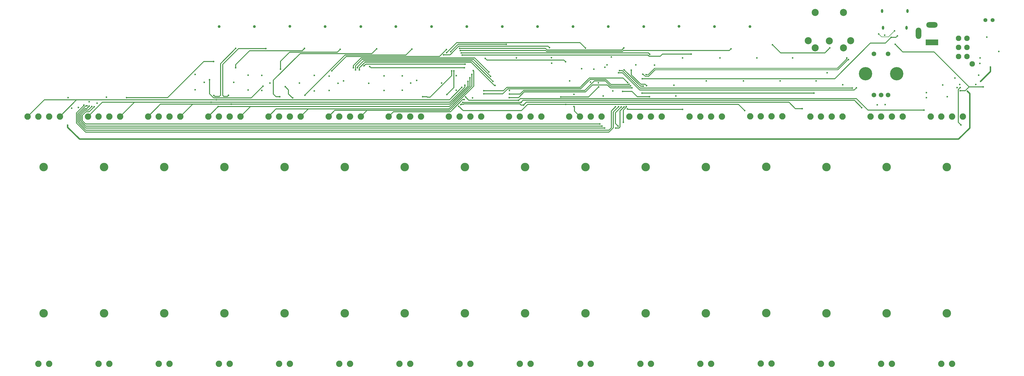
<source format=gbr>
%TF.GenerationSoftware,KiCad,Pcbnew,9.0.0*%
%TF.CreationDate,2025-04-26T10:59:41+02:00*%
%TF.ProjectId,Faderbay,46616465-7262-4617-992e-6b696361645f,rev?*%
%TF.SameCoordinates,Original*%
%TF.FileFunction,Copper,L4,Bot*%
%TF.FilePolarity,Positive*%
%FSLAX46Y46*%
G04 Gerber Fmt 4.6, Leading zero omitted, Abs format (unit mm)*
G04 Created by KiCad (PCBNEW 9.0.0) date 2025-04-26 10:59:41*
%MOMM*%
%LPD*%
G01*
G04 APERTURE LIST*
%TA.AperFunction,ComponentPad*%
%ADD10C,2.250000*%
%TD*%
%TA.AperFunction,ComponentPad*%
%ADD11C,3.000000*%
%TD*%
%TA.AperFunction,ComponentPad*%
%ADD12O,0.800000X1.400000*%
%TD*%
%TA.AperFunction,ComponentPad*%
%ADD13C,1.400000*%
%TD*%
%TA.AperFunction,WasherPad*%
%ADD14C,2.499360*%
%TD*%
%TA.AperFunction,ComponentPad*%
%ADD15C,2.499360*%
%TD*%
%TA.AperFunction,ComponentPad*%
%ADD16R,4.500000X2.000000*%
%TD*%
%TA.AperFunction,ComponentPad*%
%ADD17O,4.000000X2.000000*%
%TD*%
%TA.AperFunction,ComponentPad*%
%ADD18O,2.000000X4.000000*%
%TD*%
%TA.AperFunction,ComponentPad*%
%ADD19C,1.650000*%
%TD*%
%TA.AperFunction,ComponentPad*%
%ADD20C,4.708000*%
%TD*%
%TA.AperFunction,ComponentPad*%
%ADD21C,1.950000*%
%TD*%
%TA.AperFunction,ViaPad*%
%ADD22C,0.600000*%
%TD*%
%TA.AperFunction,ViaPad*%
%ADD23C,1.000000*%
%TD*%
%TA.AperFunction,Conductor*%
%ADD24C,0.300000*%
%TD*%
%TA.AperFunction,Conductor*%
%ADD25C,0.200000*%
%TD*%
%TA.AperFunction,Conductor*%
%ADD26C,0.500000*%
%TD*%
%TA.AperFunction,Conductor*%
%ADD27C,0.286004*%
%TD*%
G04 APERTURE END LIST*
D10*
%TO.P,RV6,1,1*%
%TO.N,VDDA*%
X-55150000Y26250000D03*
X-51350000Y26250000D03*
%TO.P,RV6,2,2*%
%TO.N,P5*%
X-58950000Y26250000D03*
X-47550000Y26250000D03*
%TO.P,RV6,3,3*%
%TO.N,GND*%
X-55150000Y-61250000D03*
X-51350000Y-61250000D03*
D11*
%TO.P,RV6,MH1*%
%TO.N,N/C*%
X-53250000Y8350000D03*
%TO.P,RV6,MH2*%
X-53250000Y-43350000D03*
%TD*%
D10*
%TO.P,RV4,1,1*%
%TO.N,VDDA*%
X-97650000Y26250000D03*
X-93850000Y26250000D03*
%TO.P,RV4,2,2*%
%TO.N,P3*%
X-101450000Y26250000D03*
X-90050000Y26250000D03*
%TO.P,RV4,3,3*%
%TO.N,GND*%
X-97650000Y-61250000D03*
X-93850000Y-61250000D03*
D11*
%TO.P,RV4,MH1*%
%TO.N,N/C*%
X-95750000Y8350000D03*
%TO.P,RV4,MH2*%
X-95750000Y-43350000D03*
%TD*%
D10*
%TO.P,RV3,1,1*%
%TO.N,VDDA*%
X-118900000Y26250000D03*
X-115100000Y26250000D03*
%TO.P,RV3,2,2*%
%TO.N,P2*%
X-122700000Y26250000D03*
X-111300000Y26250000D03*
%TO.P,RV3,3,3*%
%TO.N,GND*%
X-118900000Y-61250000D03*
X-115100000Y-61250000D03*
D11*
%TO.P,RV3,MH1*%
%TO.N,N/C*%
X-117000000Y8350000D03*
%TO.P,RV3,MH2*%
X-117000000Y-43350000D03*
%TD*%
D10*
%TO.P,RV13,1,1*%
%TO.N,VDDA*%
X93700000Y26350000D03*
X97500000Y26350000D03*
%TO.P,RV13,2,2*%
%TO.N,P12*%
X89900000Y26350000D03*
X101300000Y26350000D03*
%TO.P,RV13,3,3*%
%TO.N,GND*%
X93700000Y-61150000D03*
X97500000Y-61150000D03*
D11*
%TO.P,RV13,MH1*%
%TO.N,N/C*%
X95600000Y8450000D03*
%TO.P,RV13,MH2*%
X95600000Y-43250000D03*
%TD*%
D12*
%TO.P,J2,S1,SHIELD*%
%TO.N,GND*%
X145500000Y63564000D03*
X145140000Y57614000D03*
X136880000Y57614000D03*
X136520000Y63564000D03*
%TD*%
D10*
%TO.P,RV10,1,1*%
%TO.N,VDDA*%
X29850000Y26250000D03*
X33650000Y26250000D03*
%TO.P,RV10,2,2*%
%TO.N,P9*%
X26050000Y26250000D03*
X37450000Y26250000D03*
%TO.P,RV10,3,3*%
%TO.N,GND*%
X29900000Y-61250000D03*
X33650000Y-61250000D03*
D11*
%TO.P,RV10,MH1*%
%TO.N,N/C*%
X31750000Y8350000D03*
%TO.P,RV10,MH2*%
X31750000Y-43350000D03*
%TD*%
D10*
%TO.P,RV9,1,1*%
%TO.N,VDDA*%
X8550000Y26250000D03*
X12350000Y26250000D03*
%TO.P,RV9,2,2*%
%TO.N,P8*%
X4750000Y26250000D03*
X16150000Y26250000D03*
%TO.P,RV9,3,3*%
%TO.N,GND*%
X8550000Y-61250000D03*
X12350000Y-61250000D03*
D11*
%TO.P,RV9,MH1*%
%TO.N,N/C*%
X10450000Y8350000D03*
%TO.P,RV9,MH2*%
X10450000Y-43350000D03*
%TD*%
D10*
%TO.P,RV2,1,1*%
%TO.N,VDDA*%
X-140150000Y26250000D03*
X-136350000Y26250000D03*
%TO.P,RV2,2,2*%
%TO.N,P1*%
X-143950000Y26250000D03*
X-132550000Y26250000D03*
%TO.P,RV2,3,3*%
%TO.N,GND*%
X-140150000Y-61250000D03*
X-136350000Y-61250000D03*
D11*
%TO.P,RV2,MH1*%
%TO.N,N/C*%
X-138250000Y8350000D03*
%TO.P,RV2,MH2*%
X-138250000Y-43350000D03*
%TD*%
D10*
%TO.P,RV7,1,1*%
%TO.N,VDDA*%
X-33950000Y26250000D03*
X-30150000Y26250000D03*
%TO.P,RV7,2,2*%
%TO.N,P6*%
X-37750000Y26250000D03*
X-26350000Y26250000D03*
%TO.P,RV7,3,3*%
%TO.N,GND*%
X-33950000Y-61250000D03*
X-30150000Y-61250000D03*
D11*
%TO.P,RV7,MH1*%
%TO.N,N/C*%
X-32050000Y8350000D03*
%TO.P,RV7,MH2*%
X-32050000Y-43350000D03*
%TD*%
D10*
%TO.P,RV11,1,1*%
%TO.N,VDDA*%
X51100000Y26250000D03*
X54900000Y26250000D03*
%TO.P,RV11,2,2*%
%TO.N,P10*%
X47300000Y26250000D03*
X58700000Y26250000D03*
%TO.P,RV11,3,3*%
%TO.N,GND*%
X51150000Y-61250000D03*
X54900000Y-61250000D03*
D11*
%TO.P,RV11,MH1*%
%TO.N,N/C*%
X53000000Y8350000D03*
%TO.P,RV11,MH2*%
X53000000Y-43350000D03*
%TD*%
D10*
%TO.P,RV16,1,1*%
%TO.N,VDDA*%
X157450000Y26250000D03*
X161250000Y26250000D03*
%TO.P,RV16,2,2*%
%TO.N,P15*%
X153650000Y26250000D03*
X165050000Y26250000D03*
%TO.P,RV16,3,3*%
%TO.N,GND*%
X157450000Y-61250000D03*
X161250000Y-61250000D03*
D11*
%TO.P,RV16,MH1*%
%TO.N,N/C*%
X159350000Y8350000D03*
%TO.P,RV16,MH2*%
X159350000Y-43350000D03*
%TD*%
D10*
%TO.P,RV1,1,1*%
%TO.N,VDDA*%
X-161450000Y26250000D03*
X-157650000Y26250000D03*
%TO.P,RV1,2,2*%
%TO.N,P0*%
X-165250000Y26250000D03*
X-153850000Y26250000D03*
%TO.P,RV1,3,3*%
%TO.N,GND*%
X-161450000Y-61250000D03*
X-157650000Y-61250000D03*
D11*
%TO.P,RV1,MH1*%
%TO.N,N/C*%
X-159550000Y8350000D03*
%TO.P,RV1,MH2*%
X-159550000Y-43350000D03*
%TD*%
D10*
%TO.P,RV15,1,1*%
%TO.N,VDDA*%
X136200000Y26250000D03*
X140000000Y26250000D03*
%TO.P,RV15,2,2*%
%TO.N,P14*%
X132400000Y26250000D03*
X143800000Y26250000D03*
%TO.P,RV15,3,3*%
%TO.N,GND*%
X136200000Y-61250000D03*
X140000000Y-61250000D03*
D11*
%TO.P,RV15,MH1*%
%TO.N,N/C*%
X138100000Y8350000D03*
%TO.P,RV15,MH2*%
X138100000Y-43350000D03*
%TD*%
D10*
%TO.P,RV5,1,1*%
%TO.N,VDDA*%
X-76400000Y26250000D03*
X-72600000Y26250000D03*
%TO.P,RV5,2,2*%
%TO.N,P4*%
X-80200000Y26250000D03*
X-68800000Y26250000D03*
%TO.P,RV5,3,3*%
%TO.N,GND*%
X-76400000Y-61250000D03*
X-72600000Y-61250000D03*
D11*
%TO.P,RV5,MH1*%
%TO.N,N/C*%
X-74500000Y8350000D03*
%TO.P,RV5,MH2*%
X-74500000Y-43350000D03*
%TD*%
D13*
%TO.P,D1,1,K*%
%TO.N,GND*%
X173024800Y60350400D03*
%TO.P,D1,2,A*%
%TO.N,Net-(D1-A)*%
X175564800Y60350400D03*
%TD*%
D14*
%TO.P,J14,*%
%TO.N,*%
X122901260Y63030100D03*
X112898740Y63030100D03*
D15*
%TO.P,J14,1*%
%TO.N,unconnected-(J14-Pad1)*%
X110401920Y53035200D03*
%TO.P,J14,2*%
%TO.N,GND*%
X117900000Y53032660D03*
%TO.P,J14,3*%
%TO.N,unconnected-(J14-Pad3)*%
X125398080Y53035200D03*
%TO.P,J14,4*%
%TO.N,MIDI_TRS_R*%
X112903820Y50533300D03*
%TO.P,J14,5*%
%TO.N,MIDI_TRS_T*%
X122896180Y50533300D03*
%TD*%
D16*
%TO.P,J1,1*%
%TO.N,Net-(S1-NO_1)*%
X154100000Y52474000D03*
D17*
%TO.P,J1,2*%
%TO.N,Net-(S1-NO_2)*%
X154100000Y58674000D03*
D18*
%TO.P,J1,3*%
X149400000Y55674000D03*
%TD*%
D19*
%TO.P,SW3,A1,A1*%
%TO.N,ENC_CH1*%
X133644000Y33898000D03*
%TO.P,SW3,B1,B1*%
%TO.N,ENC_CH2*%
X138644000Y33898000D03*
%TO.P,SW3,C1,C1*%
%TO.N,GND*%
X136144000Y33898000D03*
%TO.P,SW3,D1,DUMMY1*%
%TO.N,unconnected-(SW3-DUMMY1-PadD1)*%
X133644000Y48398000D03*
%TO.P,SW3,D2,DUMMY2*%
%TO.N,unconnected-(SW3-DUMMY2-PadD2)*%
X138644000Y48398000D03*
D20*
%TO.P,SW3,MH1,MH1*%
%TO.N,GND*%
X130644000Y41398000D03*
%TO.P,SW3,MH2,MH2*%
X141644000Y41398000D03*
%TD*%
D10*
%TO.P,RV14,1,1*%
%TO.N,VDDA*%
X114950000Y26250000D03*
X118750000Y26250000D03*
%TO.P,RV14,2,2*%
%TO.N,P13*%
X111150000Y26250000D03*
X122550000Y26250000D03*
%TO.P,RV14,3,3*%
%TO.N,GND*%
X114950000Y-61250000D03*
X118750000Y-61250000D03*
D11*
%TO.P,RV14,MH1*%
%TO.N,N/C*%
X116850000Y8350000D03*
%TO.P,RV14,MH2*%
X116850000Y-43350000D03*
%TD*%
D21*
%TO.P,S1,1,NC_1*%
%TO.N,unconnected-(S1-NC_1-Pad1)*%
X166500000Y53900000D03*
%TO.P,S1,2,COM_1*%
%TO.N,12V_In*%
X166500000Y50700000D03*
%TO.P,S1,3,NO_1*%
%TO.N,Net-(S1-NO_1)*%
X166500000Y47500000D03*
%TO.P,S1,4,NO_2*%
%TO.N,Net-(S1-NO_2)*%
X163500000Y47500000D03*
%TO.P,S1,5,COM_2*%
%TO.N,GND*%
X163500000Y50700000D03*
%TO.P,S1,6,NC_2*%
%TO.N,unconnected-(S1-NC_2-Pad6)*%
X163500000Y53900000D03*
%TO.P,S1,MH1,MH1*%
%TO.N,GND*%
X168350000Y44900000D03*
%TD*%
D10*
%TO.P,RV12,1,1*%
%TO.N,VDDA*%
X72350000Y26250000D03*
X76150000Y26250000D03*
%TO.P,RV12,2,2*%
%TO.N,P11*%
X68550000Y26250000D03*
X79950000Y26250000D03*
%TO.P,RV12,3,3*%
%TO.N,GND*%
X72350000Y-61250000D03*
X76150000Y-61250000D03*
D11*
%TO.P,RV12,MH1*%
%TO.N,N/C*%
X74250000Y8350000D03*
%TO.P,RV12,MH2*%
X74250000Y-43350000D03*
%TD*%
D10*
%TO.P,RV8,1,1*%
%TO.N,VDDA*%
X-12700000Y26250000D03*
X-8900000Y26250000D03*
%TO.P,RV8,2,2*%
%TO.N,P7*%
X-16500000Y26250000D03*
X-5100000Y26250000D03*
%TO.P,RV8,3,3*%
%TO.N,GND*%
X-12700000Y-61250000D03*
X-8900000Y-61250000D03*
D11*
%TO.P,RV8,MH1*%
%TO.N,N/C*%
X-10800000Y8350000D03*
%TO.P,RV8,MH2*%
X-10800000Y-43350000D03*
%TD*%
D22*
%TO.N,+5V*%
X172262800Y36728400D03*
X141173200Y51765200D03*
X164084000Y35356800D03*
X117144800Y41706800D03*
%TO.N,P6*%
X-11074400Y32207200D03*
%TO.N,P5*%
X-7823200Y42468800D03*
X-74269600Y36830000D03*
X-71628000Y32806400D03*
%TO.N,P4*%
X-8331200Y41163000D03*
%TO.N,P2*%
X-93319600Y30632400D03*
X-9753600Y38658800D03*
%TO.N,P1*%
X-10820400Y37353000D03*
X-100431600Y31343600D03*
%TO.N,P3*%
X-9042400Y39928800D03*
X-97898997Y29761403D03*
%TO.N,P15*%
X8178800Y32004000D03*
X-10581386Y33157040D03*
X151282400Y28549600D03*
%TO.N,P0*%
X-98501200Y32156400D03*
X-11887200Y36525200D03*
%TO.N,P8*%
X-2359780Y41988620D03*
X-50190400Y43535600D03*
%TO.N,P9*%
X-49418000Y42773600D03*
X-1737600Y40474059D03*
%TO.N,P10*%
X-48768000Y43535600D03*
X-914400Y38658800D03*
%TO.N,P11*%
X46583600Y28916000D03*
X-152400Y37236400D03*
X-48056800Y42722800D03*
X66033000Y28767000D03*
%TO.N,P12*%
X-13004800Y29910800D03*
X87985600Y28346400D03*
X24841200Y30581600D03*
%TO.N,P13*%
X108349400Y29050600D03*
X-12293600Y30480000D03*
X9906000Y30327600D03*
%TO.N,P14*%
X9042400Y31191200D03*
X-11582400Y31242000D03*
X129336800Y29362400D03*
%TO.N,ENC_CH2*%
X127406400Y36372800D03*
X43434000Y41757600D03*
%TO.N,ENC_CH1*%
X43813281Y42461979D03*
X125984000Y36311600D03*
%TO.N,+3.3V*%
X62992000Y37338000D03*
X19812000Y45092900D03*
X27686000Y34086800D03*
X38608000Y43688000D03*
X39420800Y44551600D03*
X113233200Y38811200D03*
X-10972800Y43484800D03*
X-44399200Y43891200D03*
X-130302000Y32918400D03*
X134772400Y30427200D03*
X152196800Y32893000D03*
X137617200Y30429200D03*
X100533200Y38811200D03*
X41446000Y35255200D03*
X-99568000Y45720000D03*
X87579200Y38862000D03*
X49530000Y44551600D03*
X74422000Y38862000D03*
%TO.N,USB_VBUS*%
X141884400Y54729600D03*
X51816000Y39624000D03*
X139750800Y54272400D03*
%TO.N,Net-(J2-CC1)*%
X140919200Y56553998D03*
X135331200Y55440800D03*
%TO.N,Net-(R17-Pad2)*%
X-81076800Y50241200D03*
X-94284800Y33731200D03*
%TO.N,Net-(R18-Pad2)*%
X-91744800Y43484800D03*
X-67450200Y50342800D03*
%TO.N,Net-(R19-Pad2)*%
X-54864000Y50038000D03*
X-75895200Y43027600D03*
%TO.N,Net-(R20-Pad2)*%
X-42011600Y50190400D03*
X-76149200Y33274000D03*
%TO.N,Net-(R22-Pad2)*%
X-99466400Y33680400D03*
X-91744800Y50342800D03*
%TO.N,Net-(R53-Pad2)*%
X-11785600Y47955200D03*
X69138800Y48310800D03*
X-14693997Y42418000D03*
X-17170400Y34036000D03*
%TO.N,Net-(R52-Pad2)*%
X-25704800Y33223200D03*
X54457600Y48260000D03*
X-12095424Y48717200D03*
X-15494000Y42418000D03*
%TO.N,Net-(R51-Pad2)*%
X45313600Y50495200D03*
X-12700000Y50393600D03*
%TO.N,Net-(R54-Pad2)*%
X-12446000Y49631600D03*
X83159600Y50190400D03*
%TO.N,Net-(R35-Pad2)*%
X31800800Y50444400D03*
X-17221200Y48869600D03*
%TO.N,+12V*%
X163931600Y37592000D03*
X166624000Y35204400D03*
X-53670200Y38887400D03*
X-27852200Y39014400D03*
X173532800Y54356000D03*
X171043600Y45008800D03*
X157937200Y37410000D03*
X170586400Y40894000D03*
X-151079200Y23215600D03*
X-100965000Y39243000D03*
X-104546400Y18237200D03*
X-82092800Y36982400D03*
%TO.N,Net-(U2-FB)*%
X174752000Y43789600D03*
X171297600Y38709600D03*
%TO.N,Net-(R36-Pad2)*%
X-67259200Y33731200D03*
X-29565600Y50139600D03*
%TO.N,UART_TX*%
X51714400Y34493200D03*
X112420400Y34493200D03*
%TO.N,MIDI_TRS_T*%
X97790000Y51663600D03*
X118059200Y50495200D03*
%TO.N,Net-(U3-SW)*%
X164388800Y23266400D03*
X164134800Y36474400D03*
%TO.N,USB_D+*%
X52019200Y41262000D03*
X124642374Y46401226D03*
%TO.N,USB_D-*%
X53187600Y41087802D03*
X124074426Y46969174D03*
%TO.N,Net-(R37-Pad2)*%
X-57833380Y42390180D03*
X-17373600Y49936400D03*
%TO.N,Net-(R38-Pad2)*%
X-46454180Y44168180D03*
X-10769600Y44805600D03*
%TO.N,Net-(R39-Pad2)*%
X-15849600Y49174400D03*
X3860800Y51775600D03*
%TO.N,Net-(R40-Pad2)*%
X19050000Y50647600D03*
X-18328400Y48056800D03*
%TO.N,VDDA*%
X36423600Y36762000D03*
X27736800Y29768800D03*
X23063200Y33212800D03*
%TO.N,MUX_S1*%
X-4165600Y34290000D03*
X47194608Y37652368D03*
%TO.N,MUX_S3*%
X48209200Y36372800D03*
X4876800Y32918400D03*
%TO.N,ADC_BUFF*%
X-3606800Y46837600D03*
X24765000Y45593000D03*
%TO.N,GND*%
X-102870000Y38354000D03*
X-55575200Y37998400D03*
X19761200Y47091600D03*
X34711000Y42976800D03*
X56184800Y44399200D03*
X-87376000Y40894000D03*
X162255200Y39878000D03*
D23*
X64820800Y58115200D03*
D22*
X-19035800Y38100000D03*
X36372800Y38201600D03*
D23*
X14833600Y58064400D03*
D22*
X-44780200Y37998400D03*
X92303600Y46954000D03*
X63703200Y33528000D03*
X-149682200Y29184600D03*
X-140716000Y30937200D03*
X40944800Y47294800D03*
X66040000Y46990000D03*
X104902000Y47015400D03*
X-58750200Y40538400D03*
X-58750200Y35458400D03*
D23*
X-60147200Y58064400D03*
D22*
X-79658293Y38049775D03*
X-69215000Y38100000D03*
D23*
X-35204400Y58064400D03*
D22*
X-8128000Y32867600D03*
D23*
X39827200Y58064400D03*
D22*
X30429200Y43180000D03*
D23*
X-97637600Y58064400D03*
D22*
X171145200Y46939200D03*
X159512000Y33223200D03*
D23*
X-72644000Y58115200D03*
D22*
X163017200Y36460000D03*
X169621200Y37592000D03*
D23*
X27330400Y58064400D03*
D22*
X-150926800Y32918400D03*
X-64008000Y40767000D03*
X26212800Y38811200D03*
X-87364759Y35610237D03*
X122580400Y37495000D03*
D23*
X-22606000Y58064400D03*
D22*
X-92456000Y38354000D03*
X-39319200Y40665400D03*
X137414000Y55034400D03*
D23*
X-47599600Y58064400D03*
D22*
X177749200Y49276000D03*
X4927600Y35433000D03*
X-32904200Y40640000D03*
X152196800Y34671000D03*
X7416800Y47019000D03*
X-106045000Y35687000D03*
X-82550000Y35433000D03*
X-13905000Y35560000D03*
D23*
X-85140800Y58064400D03*
D22*
X-64008000Y35306000D03*
X-137363200Y33121600D03*
X-39319200Y35458400D03*
X-13905000Y40690800D03*
X-29983200Y38100000D03*
X-147269200Y29464000D03*
X79248000Y46954000D03*
D23*
X77317600Y58064400D03*
X-10160000Y58064400D03*
D22*
X-143510000Y31496000D03*
X-106045000Y41148000D03*
X33578800Y38455600D03*
X-82550000Y40767000D03*
D23*
X2387600Y58064400D03*
D22*
X-32904200Y35560000D03*
X38049200Y33477200D03*
D23*
X89814400Y58064400D03*
X52324000Y58064400D03*
D22*
%TO.N,MUX_S0*%
X46681855Y38266444D03*
X-4114800Y35407600D03*
%TO.N,MUX_S2*%
X4927600Y34188400D03*
X47701200Y37033200D03*
%TO.N,OLED_RESx*%
X44399200Y29616400D03*
X37642800Y22860000D03*
X43281600Y22860000D03*
X-142595600Y29768800D03*
%TO.N,SPI_SCK*%
X-144294467Y30078093D03*
X42367200Y29667200D03*
%TO.N,SWCLK*%
X47955200Y42672000D03*
X53340000Y37134800D03*
%TO.N,OLED_CSx*%
X36880800Y23571200D03*
X-141732000Y29667200D03*
X45161200Y24231600D03*
X46177200Y29768800D03*
%TO.N,NRST*%
X44907200Y35153600D03*
X54356000Y33274000D03*
%TO.N,SPI_MOSI*%
X43434000Y29667200D03*
X-145390680Y30277880D03*
%TO.N,SWO*%
X52171600Y36982400D03*
X45425167Y42765792D03*
%TO.N,OLED_DC*%
X42468800Y22148800D03*
X-143510000Y29921200D03*
X38506400Y22148800D03*
X45364400Y29616400D03*
%TD*%
D24*
%TO.N,+5V*%
X165862000Y35356800D02*
X165973000Y35467800D01*
X154838400Y49123600D02*
X167233600Y36728400D01*
X143814800Y49123600D02*
X154838400Y49123600D01*
X164084000Y35356800D02*
X165862000Y35356800D01*
X166354346Y35855400D02*
X166360600Y35855400D01*
X165973000Y35467800D02*
X165973000Y35474054D01*
X172262800Y36728400D02*
X167233600Y36728400D01*
X141173200Y51765200D02*
X143814800Y49123600D01*
X166360600Y35855400D02*
X167233600Y36728400D01*
X165973000Y35474054D02*
X166354346Y35855400D01*
%TO.N,P6*%
X-36060000Y27940000D02*
X-15896254Y27940000D01*
X-15896254Y27940000D02*
X-11629054Y32207200D01*
X-37750000Y26250000D02*
X-36060000Y27940000D01*
X-11629054Y32207200D02*
X-11074400Y32207200D01*
%TO.N,P5*%
X-71719200Y32806400D02*
X-73101200Y34188400D01*
X-45352000Y28448000D02*
X-16209666Y28448000D01*
X-73101200Y35661600D02*
X-74269600Y36830000D01*
X-7680200Y42325800D02*
X-7823200Y42468800D01*
X-71628000Y32806400D02*
X-71719200Y32806400D01*
X-7680200Y36977466D02*
X-7680200Y42325800D01*
X-58950000Y26250000D02*
X-56752000Y28448000D01*
X-47550000Y26250000D02*
X-45352000Y28448000D01*
X-73101200Y34188400D02*
X-73101200Y35661600D01*
X-56752000Y28448000D02*
X-45352000Y28448000D01*
X-16209666Y28448000D02*
X-7680200Y36977466D01*
%TO.N,P4*%
X-16410186Y28956000D02*
X-8331200Y37034986D01*
X-68800000Y26250000D02*
X-66094000Y28956000D01*
X-8331200Y37034986D02*
X-8331200Y41163000D01*
X-66094000Y28956000D02*
X-16410186Y28956000D01*
X-77494000Y28956000D02*
X-66094000Y28956000D01*
X-80200000Y26250000D02*
X-77494000Y28956000D01*
%TO.N,P2*%
X-111300000Y26250000D02*
X-106917600Y30632400D01*
X-106917600Y30632400D02*
X-118317600Y30632400D01*
X-106917600Y30632400D02*
X-93319600Y30632400D01*
X-16150826Y30632400D02*
X-9753600Y37029626D01*
X-9753600Y37029626D02*
X-9753600Y38658800D01*
X-93319600Y30632400D02*
X-16150826Y30632400D01*
X-118317600Y30632400D02*
X-122700000Y26250000D01*
%TO.N,P1*%
X-100431600Y31343600D02*
X-16148146Y31343600D01*
X-132550000Y26250000D02*
X-127456400Y31343600D01*
X-127456400Y31343600D02*
X-100431600Y31343600D01*
X-16148146Y31343600D02*
X-10820400Y36671346D01*
X-127456400Y31343600D02*
X-138856400Y31343600D01*
X-138856400Y31343600D02*
X-143950000Y26250000D01*
X-10820400Y36671346D02*
X-10820400Y37353000D01*
%TO.N,P3*%
X-86538597Y29761403D02*
X-16313303Y29761403D01*
X-97898997Y29761403D02*
X-98196400Y29464000D01*
X-16313303Y29761403D02*
X-9042400Y37032306D01*
X-9042400Y37032306D02*
X-9042400Y39928800D01*
X-98236000Y29464000D02*
X-101450000Y26250000D01*
X-97898997Y29761403D02*
X-86538597Y29761403D01*
X-98196400Y29464000D02*
X-98236000Y29464000D01*
X-90050000Y26250000D02*
X-86538597Y29761403D01*
%TO.N,P15*%
X8178800Y32004000D02*
X8737600Y32562800D01*
X8178800Y32004000D02*
X-9428346Y32004000D01*
X131470400Y28549600D02*
X151282400Y28549600D01*
X127457200Y32562800D02*
X131470400Y28549600D01*
X8737600Y32562800D02*
X127457200Y32562800D01*
X-9428346Y32004000D02*
X-10581386Y33157040D01*
%TO.N,P0*%
X-153850000Y26250000D02*
X-147943600Y32156400D01*
X-11887200Y36525200D02*
X-16256000Y32156400D01*
X-147943600Y32156400D02*
X-159343600Y32156400D01*
X-98501200Y32156400D02*
X-147943600Y32156400D01*
X-16256000Y32156400D02*
X-98501200Y32156400D01*
X-159343600Y32156400D02*
X-165250000Y26250000D01*
%TO.N,P8*%
X-2359780Y41988620D02*
X-7361160Y46990000D01*
X-7361160Y46990000D02*
X-47447200Y46990000D01*
X-47447200Y46990000D02*
X-50190400Y44246800D01*
X-50190400Y44246800D02*
X-50190400Y43535600D01*
%TO.N,P9*%
X-1764459Y40474059D02*
X-1737600Y40474059D01*
X-49418000Y42773600D02*
X-49418000Y44206400D01*
X-49418000Y44206400D02*
X-47135400Y46489000D01*
X-47135400Y46489000D02*
X-7779400Y46489000D01*
X-7779400Y46489000D02*
X-1764459Y40474059D01*
%TO.N,P10*%
X-48768000Y43535600D02*
X-48768000Y43789600D01*
X-48768000Y43789600D02*
X-46569600Y45988000D01*
X-46569600Y45988000D02*
X-8243600Y45988000D01*
X-8243600Y45988000D02*
X-914400Y38658800D01*
%TO.N,P11*%
X-1565400Y38395400D02*
X-1565400Y38389146D01*
X-46054600Y45487000D02*
X-8657000Y45487000D01*
X-8657000Y45487000D02*
X-1565400Y38395400D01*
X-1184054Y38007800D02*
X-1177800Y38007800D01*
X-48056800Y43484800D02*
X-46054600Y45487000D01*
X66033000Y28767000D02*
X46732600Y28767000D01*
X-406400Y37236400D02*
X-152400Y37236400D01*
X46732600Y28767000D02*
X46583600Y28916000D01*
X-1565400Y38389146D02*
X-1184054Y38007800D01*
X-1177800Y38007800D02*
X-406400Y37236400D01*
X-48056800Y42722800D02*
X-48056800Y43484800D01*
%TO.N,P12*%
X9144000Y28346400D02*
X11379200Y30581600D01*
X-13004800Y29910800D02*
X-11440400Y28346400D01*
X-11440400Y28346400D02*
X9144000Y28346400D01*
X85750400Y30581600D02*
X87985600Y28346400D01*
X11379200Y30581600D02*
X85750400Y30581600D01*
%TO.N,P13*%
X-11213546Y30690200D02*
X8622746Y30690200D01*
X-12017327Y30756273D02*
X-11852054Y30591000D01*
X-12293600Y30480000D02*
X-12017327Y30756273D01*
X8985346Y30327600D02*
X9906000Y30327600D01*
X105874200Y29050600D02*
X108349400Y29050600D01*
X8622746Y30690200D02*
X8985346Y30327600D01*
X10871200Y31292800D02*
X103632000Y31292800D01*
X-11312746Y30591000D02*
X-11213546Y30690200D01*
X103632000Y31292800D02*
X105874200Y29050600D01*
X9906000Y30327600D02*
X10871200Y31292800D01*
X-11852054Y30591000D02*
X-11312746Y30591000D01*
%TO.N,P14*%
X129336800Y29362400D02*
X126746000Y31953200D01*
X126746000Y31953200D02*
X9645279Y31953200D01*
X-11531600Y31191200D02*
X-11582400Y31242000D01*
X-11531600Y31191200D02*
X9042400Y31191200D01*
X9042400Y31350321D02*
X9042400Y31191200D01*
X9645279Y31953200D02*
X9042400Y31350321D01*
%TO.N,ENC_CH2*%
X126695200Y35661600D02*
X127406400Y36372800D01*
X50901600Y35661600D02*
X126695200Y35661600D01*
X44805600Y41757600D02*
X50901600Y35661600D01*
X43434000Y41757600D02*
X44805600Y41757600D01*
%TO.N,ENC_CH1*%
X50960120Y36311600D02*
X44809741Y42461979D01*
X44809741Y42461979D02*
X43813281Y42461979D01*
X125984000Y36311600D02*
X50960120Y36311600D01*
%TO.N,+3.3V*%
X-10972800Y43484800D02*
X-43992800Y43484800D01*
X-115824000Y32918400D02*
X-103022400Y45720000D01*
X-115824000Y32918400D02*
X-130302000Y32918400D01*
X-43992800Y43484800D02*
X-44399200Y43891200D01*
X-99568000Y45720000D02*
X-103022400Y45720000D01*
%TO.N,USB_VBUS*%
X51816000Y39624000D02*
X119786400Y39624000D01*
X141427200Y54272400D02*
X139750800Y54272400D01*
X132352000Y52189600D02*
X137668000Y52189600D01*
X141884400Y54729600D02*
X141427200Y54272400D01*
X119786400Y39624000D02*
X132352000Y52189600D01*
X137668000Y52189600D02*
X139750800Y54272400D01*
D25*
%TO.N,Net-(J2-CC1)*%
X140919200Y56553998D02*
X138798602Y54433400D01*
X136338600Y54433400D02*
X135331200Y55440800D01*
X138798602Y54433400D02*
X136338600Y54433400D01*
D24*
%TO.N,Net-(R17-Pad2)*%
X-95961200Y33375600D02*
X-96316800Y33731200D01*
X-90728800Y50241200D02*
X-96316800Y44653200D01*
X-94284800Y33731200D02*
X-94640400Y33375600D01*
X-96316800Y33731200D02*
X-96316800Y44653200D01*
X-81076800Y50241200D02*
X-90728800Y50241200D01*
X-94640400Y33375600D02*
X-95961200Y33375600D01*
%TO.N,Net-(R18-Pad2)*%
X-91744800Y44602400D02*
X-86817200Y49530000D01*
X-91744800Y43484800D02*
X-91744800Y44602400D01*
X-68263000Y49530000D02*
X-67450200Y50342800D01*
X-86817200Y49530000D02*
X-68263000Y49530000D01*
%TO.N,Net-(R19-Pad2)*%
X-72687800Y49029000D02*
X-55873000Y49029000D01*
X-75895200Y43027600D02*
X-75895200Y45821600D01*
X-75895200Y45821600D02*
X-72687800Y49029000D01*
X-55873000Y49029000D02*
X-54864000Y50038000D01*
%TO.N,Net-(R20-Pad2)*%
X-78435200Y34188400D02*
X-78435200Y39116000D01*
X-77520800Y33274000D02*
X-78435200Y34188400D01*
X-76149200Y33274000D02*
X-77520800Y33274000D01*
X-78435200Y39116000D02*
X-69023200Y48528000D01*
X-69023200Y48528000D02*
X-43674000Y48528000D01*
X-43674000Y48528000D02*
X-42011600Y50190400D01*
%TO.N,Net-(R22-Pad2)*%
X-97129600Y33731200D02*
X-97536000Y33324800D01*
X-91744800Y50342800D02*
X-97129600Y44958000D01*
X-97129600Y44958000D02*
X-97129600Y33731200D01*
X-97536000Y33324800D02*
X-99110800Y33324800D01*
X-99110800Y33324800D02*
X-99466400Y33680400D01*
%TO.N,Net-(R53-Pad2)*%
X53841746Y47955200D02*
X-11785600Y47955200D01*
X58928000Y48310800D02*
X58226200Y47609000D01*
X58226200Y47609000D02*
X54187946Y47609000D01*
X-14693997Y36512403D02*
X-17170400Y34036000D01*
X-14693997Y42418000D02*
X-14693997Y36512403D01*
X54187946Y47609000D02*
X53841746Y47955200D01*
X69138800Y48310800D02*
X58928000Y48310800D01*
%TO.N,Net-(R52-Pad2)*%
X-24130000Y33121600D02*
X-23077419Y33121600D01*
X-15494000Y40705019D02*
X-15494000Y42418000D01*
X-23077419Y33121600D02*
X-15494000Y40705019D01*
X-12095424Y48717200D02*
X54000400Y48717200D01*
X54000400Y48717200D02*
X54457600Y48260000D01*
X-25704800Y33223200D02*
X-24231600Y33223200D01*
X-24231600Y33223200D02*
X-24130000Y33121600D01*
%TO.N,Net-(R51-Pad2)*%
X-12700000Y50393600D02*
X17627600Y50393600D01*
X44611800Y49793400D02*
X45313600Y50495200D01*
X17627600Y50393600D02*
X18227800Y49793400D01*
X18227800Y49793400D02*
X44611800Y49793400D01*
%TO.N,Net-(R54-Pad2)*%
X82600800Y49631600D02*
X83159600Y50190400D01*
X44819320Y49292400D02*
X45158520Y49631600D01*
X45158520Y49631600D02*
X82600800Y49631600D01*
X17681080Y49631600D02*
X18020279Y49292400D01*
X18020279Y49292400D02*
X44819320Y49292400D01*
X-12141200Y49631600D02*
X17681080Y49631600D01*
%TO.N,Net-(R35-Pad2)*%
X-13665200Y52425600D02*
X29819600Y52425600D01*
X-17221200Y48869600D02*
X-13665200Y52425600D01*
X29819600Y52425600D02*
X31800800Y50444400D01*
%TO.N,+12V*%
X-99530454Y32823800D02*
X-100965000Y34258346D01*
X-86251400Y32823800D02*
X-99530454Y32823800D01*
D26*
X-151079200Y22453600D02*
X-151079200Y23215600D01*
D24*
X-82092800Y36982400D02*
X-86251400Y32823800D01*
D26*
X167487600Y22199600D02*
X163525200Y18237200D01*
X-146862800Y18237200D02*
X-104546400Y18237200D01*
D24*
X-100965000Y34258346D02*
X-100965000Y39243000D01*
D26*
X166624000Y35204400D02*
X167487600Y34340800D01*
X167487600Y34340800D02*
X167487600Y22199600D01*
X-146862800Y18237200D02*
X-151079200Y22453600D01*
X163525200Y18237200D02*
X-104546400Y18237200D01*
%TO.N,Net-(U2-FB)*%
X174752000Y43789600D02*
X174752000Y42164000D01*
X174752000Y42164000D02*
X171297600Y38709600D01*
D24*
%TO.N,Net-(R36-Pad2)*%
X-53115800Y48027000D02*
X-31678200Y48027000D01*
X-31678200Y48027000D02*
X-29565600Y50139600D01*
X-67259200Y33883600D02*
X-53115800Y48027000D01*
X-67259200Y33731200D02*
X-67259200Y33883600D01*
%TO.N,UART_TX*%
X112420400Y34493200D02*
X51714400Y34493200D01*
%TO.N,MIDI_TRS_T*%
X116332000Y48768000D02*
X100685600Y48768000D01*
X118059200Y50495200D02*
X116332000Y48768000D01*
X100685600Y48768000D02*
X97790000Y51663600D01*
%TO.N,Net-(U3-SW)*%
X163433000Y35772600D02*
X164134800Y36474400D01*
X164388800Y23266400D02*
X163433000Y24222200D01*
X163433000Y24222200D02*
X163433000Y35772600D01*
D27*
%TO.N,USB_D+*%
X56336918Y42833798D02*
X120852918Y42833798D01*
X52920845Y40443800D02*
X53946920Y40443800D01*
X120852918Y42833798D02*
X124420346Y46401226D01*
X52543598Y40821047D02*
X52920845Y40443800D01*
X124420346Y46401226D02*
X124642374Y46401226D01*
X52543598Y40826802D02*
X52543598Y40821047D01*
X52019200Y41262000D02*
X52108400Y41262000D01*
X52108400Y41262000D02*
X52543598Y40826802D01*
X53946920Y40443800D02*
X56336918Y42833798D01*
%TO.N,USB_D-*%
X53899082Y41087802D02*
X56134282Y43323002D01*
X56134282Y43323002D02*
X120650282Y43323002D01*
X120650282Y43323002D02*
X124074426Y46747146D01*
X53187600Y41087802D02*
X53899082Y41087802D01*
X124074426Y46747146D02*
X124074426Y46969174D01*
D24*
%TO.N,Net-(R37-Pad2)*%
X-57833380Y42390180D02*
X-52697560Y47526000D01*
X-19784000Y47526000D02*
X-17373600Y49936400D01*
X-52697560Y47526000D02*
X-19784000Y47526000D01*
%TO.N,Net-(R38-Pad2)*%
X-45816760Y44805600D02*
X-46454180Y44168180D01*
X-10769600Y44805600D02*
X-45816760Y44805600D01*
%TO.N,Net-(R39-Pad2)*%
X3860800Y51775600D02*
X3820400Y51816000D01*
X-13208000Y51816000D02*
X-15849600Y49174400D01*
X3820400Y51816000D02*
X-13208000Y51816000D01*
%TO.N,Net-(R40-Pad2)*%
X-15198600Y48904746D02*
X-15198600Y48911000D01*
X-15579946Y48523400D02*
X-15198600Y48904746D01*
X-15198600Y48911000D02*
X-13004800Y51104800D01*
X-16052800Y48056800D02*
X-15586200Y48523400D01*
X-15586200Y48523400D02*
X-15579946Y48523400D01*
X-18328400Y48056800D02*
X-16052800Y48056800D01*
X-13004800Y51104800D02*
X18592800Y51104800D01*
X18592800Y51104800D02*
X19050000Y50647600D01*
%TO.N,VDDA*%
X23063200Y33212800D02*
X32874400Y33212800D01*
X27736800Y29768800D02*
X27889200Y29616400D01*
X32874400Y33212800D02*
X36423600Y36762000D01*
X27889200Y28210800D02*
X29850000Y26250000D01*
X27889200Y29616400D02*
X27889200Y28210800D01*
%TO.N,MUX_S1*%
X2540000Y34290000D02*
X-4165600Y34290000D01*
X47157684Y37615444D02*
X40712796Y37615444D01*
X38974640Y39353600D02*
X33359200Y39353600D01*
X30089600Y36084000D02*
X4334000Y36084000D01*
X4334000Y36084000D02*
X2540000Y34290000D01*
X47194608Y37652368D02*
X47157684Y37615444D01*
X40712796Y37615444D02*
X38974640Y39353600D01*
X33359200Y39353600D02*
X30089600Y36084000D01*
%TO.N,MUX_S3*%
X8128000Y32918400D02*
X4876800Y32918400D01*
X10133100Y34923500D02*
X8128000Y32918400D01*
X40538400Y36372800D02*
X39498200Y37413000D01*
X31776900Y34923500D02*
X10133100Y34923500D01*
X39498200Y37413000D02*
X34266400Y37413000D01*
X34266400Y37413000D02*
X31776900Y34923500D01*
X48209200Y36372800D02*
X40538400Y36372800D01*
%TO.N,ADC_BUFF*%
X24130000Y46228000D02*
X-2997200Y46228000D01*
X-2997200Y46228000D02*
X-3606800Y46837600D01*
X24765000Y45593000D02*
X24130000Y46228000D01*
%TO.N,MUX_S0*%
X46681855Y38266444D02*
X45093699Y39854600D01*
X45093699Y39854600D02*
X33149000Y39854600D01*
X33149000Y39854600D02*
X29879400Y36585000D01*
X29879400Y36585000D02*
X3971400Y36585000D01*
X2794000Y35407600D02*
X-4114800Y35407600D01*
X3971400Y36585000D02*
X2794000Y35407600D01*
%TO.N,MUX_S2*%
X9956800Y35458400D02*
X8686800Y34188400D01*
X34896454Y38852600D02*
X31502254Y35458400D01*
X38767120Y38852600D02*
X34896454Y38852600D01*
X47701200Y37033200D02*
X47669368Y37001368D01*
X47669368Y37001368D02*
X40618352Y37001368D01*
X40618352Y37001368D02*
X38767120Y38852600D01*
X31502254Y35458400D02*
X9956800Y35458400D01*
X8686800Y34188400D02*
X4927600Y34188400D01*
%TO.N,OLED_RESx*%
X-143865600Y28498800D02*
X-142595600Y29768800D01*
X44399200Y29616400D02*
X42367200Y27584400D01*
X42367200Y27584400D02*
X42367200Y23774400D01*
X-146456400Y26873200D02*
X-144830800Y28498800D01*
X-144729200Y22860000D02*
X-146456400Y24587200D01*
X-144830800Y28498800D02*
X-143865600Y28498800D01*
X-146456400Y24587200D02*
X-146456400Y26873200D01*
X42367200Y23774400D02*
X43281600Y22860000D01*
X37642800Y22860000D02*
X-144729200Y22860000D01*
%TO.N,SPI_SCK*%
X-144729200Y21437600D02*
X-147458400Y24166800D01*
X40081200Y21437600D02*
X-144729200Y21437600D01*
X40894000Y22250400D02*
X40081200Y21437600D01*
X-147458400Y24166800D02*
X-147458400Y27290920D01*
X-144671227Y30078093D02*
X-144294467Y30078093D01*
X42367200Y29667200D02*
X40894000Y28194000D01*
X40894000Y28194000D02*
X40894000Y22250400D01*
X-147458400Y27290920D02*
X-144671227Y30078093D01*
%TO.N,SWCLK*%
X47955200Y42672000D02*
X47955200Y40995600D01*
X51317400Y37633400D02*
X52841400Y37633400D01*
X47955200Y40995600D02*
X51317400Y37633400D01*
X52841400Y37633400D02*
X53340000Y37134800D01*
%TO.N,OLED_CSx*%
X-143459200Y27940000D02*
X-141732000Y29667200D01*
X-144729200Y23571200D02*
X-145948400Y24790400D01*
X45161200Y24231600D02*
X45161200Y28492546D01*
X36880800Y23571200D02*
X-144729200Y23571200D01*
X-145948400Y26670000D02*
X-144678400Y27940000D01*
X46177200Y29508546D02*
X46177200Y29768800D01*
X-144678400Y27940000D02*
X-143459200Y27940000D01*
X-145948400Y24790400D02*
X-145948400Y26670000D01*
X45161200Y28492546D02*
X46177200Y29508546D01*
%TO.N,NRST*%
X50095054Y33274000D02*
X48215454Y35153600D01*
X54356000Y33274000D02*
X50095054Y33274000D01*
X48215454Y35153600D02*
X44907200Y35153600D01*
%TO.N,SPI_MOSI*%
X-147959400Y27498441D02*
X-145398243Y30059600D01*
X-145390680Y30277880D02*
X-145390680Y30067162D01*
X-145390680Y30067162D02*
X-145398243Y30059600D01*
X43434000Y29667200D02*
X41605200Y27838400D01*
X-144729200Y20726400D02*
X-147959400Y23956600D01*
X41605200Y22253080D02*
X40078520Y20726400D01*
X-145398243Y30059600D02*
X-145398242Y30059600D01*
X41605200Y27838400D02*
X41605200Y22253080D01*
X-147959400Y23956600D02*
X-147959400Y27498441D01*
X40078520Y20726400D02*
X-144729200Y20726400D01*
%TO.N,SWO*%
X51208559Y36982400D02*
X52171600Y36982400D01*
X45425167Y42765792D02*
X51208559Y36982400D01*
%TO.N,OLED_DC*%
X-146957400Y24377000D02*
X-146957400Y27083400D01*
X43586400Y22148800D02*
X42468800Y22148800D01*
X43992800Y22555200D02*
X43586400Y22148800D01*
X-144983200Y29057600D02*
X-144373600Y29057600D01*
X-144729200Y22148800D02*
X-146957400Y24377000D01*
X-146957400Y27083400D02*
X-144983200Y29057600D01*
X43992800Y28244800D02*
X43992800Y22555200D01*
X45364400Y29616400D02*
X43992800Y28244800D01*
X38506400Y22148800D02*
X-144729200Y22148800D01*
X-144373600Y29057600D02*
X-143510000Y29921200D01*
%TD*%
M02*

</source>
